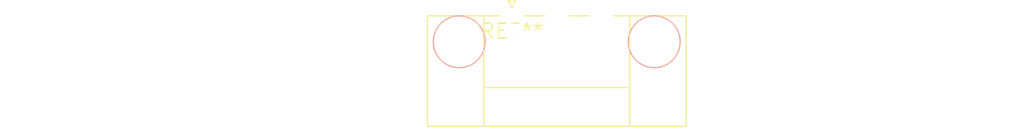
<source format=kicad_pcb>
(kicad_pcb (version 20240108) (generator pcbnew)
  (layers (0 "F.Cu" signal) (31 "B.Cu" signal) (34 "B.Paste" user) (35 "F.Paste" user) (36 "B.SilkS" user "B.Silkscreen") (37 "F.SilkS" user "F.Silkscreen") (38 "B.Mask" user) (39 "F.Mask" user) (44 "Edge.Cuts" user))
  (net 0 "")
  (footprint "PhoenixContact_MC_1,5_3-GF-3.81_1x03_P3.81mm_Horizontal_ThreadedFlange_MountHole" (layer "F.Cu") (at 0 0)
    (property "Reference" "REF**")
    (property "Value" "PhoenixContact_MC_1,5_3-GF-3.81_1x03_P3.81mm_Horizontal_ThreadedFlange_MountHole")
    (fp_circle (center -4.5 0.9) (end -2.29 0.9) (layer "B.SilkS") (stroke (width 0.12)) (fill none))
    (fp_circle (center 12.12 0.9) (end 14.33 0.9) (layer "B.SilkS") (stroke (width 0.12)) (fill none))
    (fp_line (start -7.21 -1.31) (end -7.21 8.11) (layer "F.SilkS") (stroke (width 0.12)))
    (fp_line (start -7.21 -1.31) (end -1.05 -1.31) (layer "F.SilkS") (stroke (width 0.12)))
    (fp_line (start -7.21 8.11) (end 14.83 8.11) (layer "F.SilkS") (stroke (width 0.12)))
    (fp_line (start -2.41 -1.31) (end -2.41 8.11) (layer "F.SilkS") (stroke (width 0.12)))
    (fp_line (start -2.41 4.8) (end 10.03 4.8) (layer "F.SilkS") (stroke (width 0.12)))
    (fp_line (start -0.3 -2.6) (end 0.3 -2.6) (layer "F.SilkS") (stroke (width 0.12)))
    (fp_line (start 0 -2) (end -0.3 -2.6) (layer "F.SilkS") (stroke (width 0.12)))
    (fp_line (start 0.3 -2.6) (end 0 -2) (layer "F.SilkS") (stroke (width 0.12)))
    (fp_line (start 1.05 -1.31) (end 2.76 -1.31) (layer "F.SilkS") (stroke (width 0.12)))
    (fp_line (start 4.86 -1.31) (end 6.57 -1.31) (layer "F.SilkS") (stroke (width 0.12)))
    (fp_line (start 10.03 -1.31) (end 10.03 8.11) (layer "F.SilkS") (stroke (width 0.12)))
    (fp_line (start 14.83 -1.31) (end 8.67 -1.31) (layer "F.SilkS") (stroke (width 0.12)))
    (fp_line (start 14.83 8.11) (end 14.83 -1.31) (layer "F.SilkS") (stroke (width 0.12)))
    (pad "" np_thru_hole circle (at -4.5 0.9) (size 2.4 2.4) (drill 2.4) (layers *.Cu *.Mask))
    (pad "" np_thru_hole circle (at 12.12 0.9) (size 2.4 2.4) (drill 2.4) (layers *.Cu *.Mask))
    (pad "1" thru_hole roundrect (at 0 0) (size 1.8 3.6) (drill 1.2) (layers *.Cu *.Mask) (remove_unused_layers) (roundrect_rratio 0.138889))
    (pad "2" thru_hole oval (at 3.81 0) (size 1.8 3.6) (drill 1.2) (layers *.Cu *.Mask) (remove_unused_layers))
    (pad "3" thru_hole oval (at 7.62 0) (size 1.8 3.6) (drill 1.2) (layers *.Cu *.Mask) (remove_unused_layers))
  )
)
</source>
